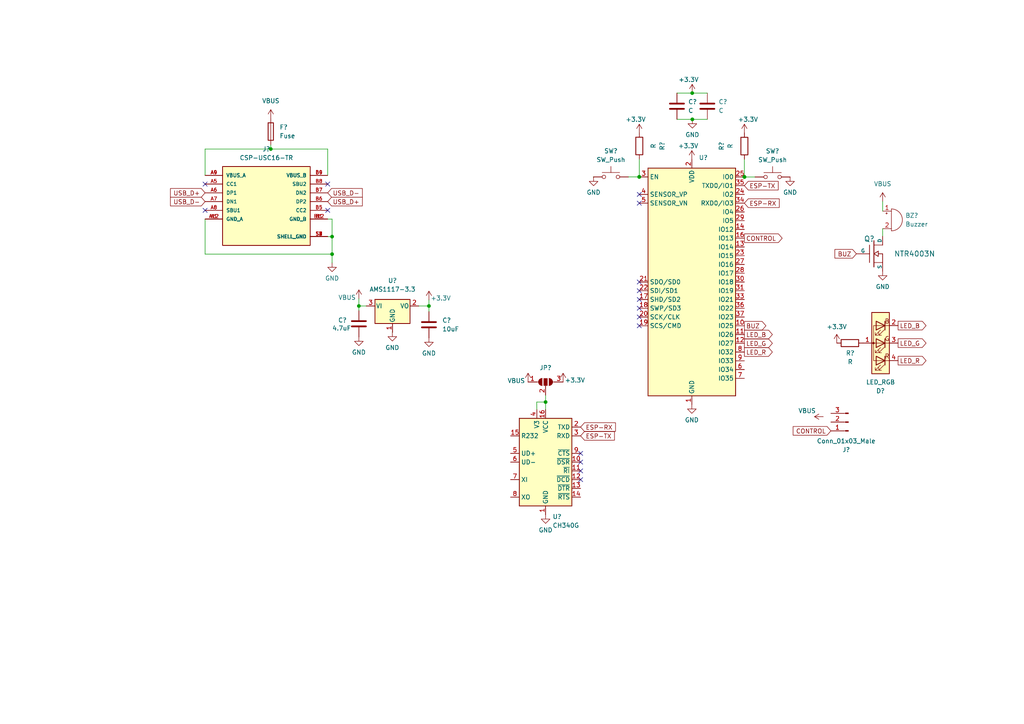
<source format=kicad_sch>
(kicad_sch (version 20211123) (generator eeschema)
  (paper "A4")
  (lib_symbols
    (symbol "CSP-USC16-TR:CSP-USC16-TR" (pin_names (offset 1.016))
      (property "Reference" "J" (at -12.7 13.462 0))
      (property "Value" "CSP-USC16-TR" (at -12.7 -12.7 0))
      (symbol "CSP-USC16-TR_0_0"
        (rectangle (start -12.7 -10.16) (end 12.7 12.7) (stroke (width 0.254)) (fill (type background)))
        (pin power_in line (at -17.78 -2.54 0) (length 5.08) (name "GND_A") (number "A1"))
        (pin power_in line (at -17.78 -2.54 0) (length 5.08) (name "GND_A") (number "A12"))
        (pin power_in line (at -17.78 10.16 0) (length 5.08) (name "VBUS_A") (number "A4"))
        (pin bidirectional line (at -17.78 7.62 0) (length 5.08) (name "CC1") (number "A5"))
        (pin bidirectional line (at -17.78 5.08 0) (length 5.08) (name "DP1") (number "A6"))
        (pin bidirectional line (at -17.78 2.54 0) (length 5.08) (name "DN1") (number "A7"))
        (pin bidirectional line (at -17.78 0 0) (length 5.08) (name "SBU1") (number "A8"))
        (pin power_in line (at -17.78 10.16 0) (length 5.08) (name "VBUS_A") (number "A9"))
        (pin power_in line (at 17.78 -2.54 180) (length 5.08) (name "GND_B") (number "B1"))
        (pin power_in line (at 17.78 -2.54 180) (length 5.08) (name "GND_B") (number "B12"))
        (pin power_in line (at 17.78 10.16 180) (length 5.08) (name "VBUS_B") (number "B4"))
        (pin bidirectional line (at 17.78 0 180) (length 5.08) (name "CC2") (number "B5"))
        (pin bidirectional line (at 17.78 2.54 180) (length 5.08) (name "DP2") (number "B6"))
        (pin bidirectional line (at 17.78 5.08 180) (length 5.08) (name "DN2") (number "B7"))
        (pin bidirectional line (at 17.78 7.62 180) (length 5.08) (name "SBU2") (number "B8"))
        (pin power_in line (at 17.78 10.16 180) (length 5.08) (name "VBUS_B") (number "B9"))
        (pin power_in line (at 17.78 -7.62 180) (length 5.08) (name "SHELL_GND") (number "S1"))
        (pin power_in line (at 17.78 -7.62 180) (length 5.08) (name "SHELL_GND") (number "S2"))
        (pin power_in line (at 17.78 -7.62 180) (length 5.08) (name "SHELL_GND") (number "S3"))
        (pin power_in line (at 17.78 -7.62 180) (length 5.08) (name "SHELL_GND") (number "S4"))
      )
    )
    (symbol "Connector:Conn_01x03_Male" (pin_names (offset 1.016) hide)
      (property "Reference" "J" (at 0 5.08 0))
      (property "Value" "Conn_01x03_Male" (at 0 -5.08 0))
      (symbol "Conn_01x03_Male_1_1"
        (polyline (pts (xy 1.27 -2.54) (xy 0.8636 -2.54)) (stroke (width 0.1524)))
        (polyline (pts (xy 1.27 0) (xy 0.8636 0)) (stroke (width 0.1524)))
        (polyline (pts (xy 1.27 2.54) (xy 0.8636 2.54)) (stroke (width 0.1524)))
        (rectangle (start 0.8636 -2.413) (end 0 -2.667) (stroke (width 0.1524)) (fill (type outline)))
        (rectangle (start 0.8636 0.127) (end 0 -0.127) (stroke (width 0.1524)) (fill (type outline)))
        (rectangle (start 0.8636 2.667) (end 0 2.413) (stroke (width 0.1524)) (fill (type outline)))
        (pin passive line (at 5.08 2.54 180) (length 3.81) (name "Pin_1") (number "1"))
        (pin passive line (at 5.08 0 180) (length 3.81) (name "Pin_2") (number "2"))
        (pin passive line (at 5.08 -2.54 180) (length 3.81) (name "Pin_3") (number "3"))
      )
    )
    (symbol "Device:Buzzer" (pin_names (offset 0.0254) hide)
      (property "Reference" "BZ" (at 3.81 1.27 0))
      (property "Value" "Buzzer" (at 3.81 -1.27 0))
      (symbol "Buzzer_0_1"
        (arc (start 0 -3.175) (mid 3.175 0) (end 0 3.175))
        (polyline (pts (xy -1.651 1.905) (xy -1.143 1.905)))
        (polyline (pts (xy -1.397 2.159) (xy -1.397 1.651)))
        (polyline (pts (xy 0 3.175) (xy 0 -3.175)))
      )
      (symbol "Buzzer_1_1"
        (pin passive line (at -2.54 2.54 0) (length 2.54) (name "-") (number "1"))
        (pin passive line (at -2.54 -2.54 0) (length 2.54) (name "+") (number "2"))
      )
    )
    (symbol "Device:C" (pin_numbers hide) (pin_names (offset 0.254))
      (property "Reference" "C" (at 0.635 2.54 0))
      (property "Value" "C" (at 0.635 -2.54 0))
      (symbol "C_0_1"
        (polyline (pts (xy -2.032 -0.762) (xy 2.032 -0.762)) (stroke (width 0.508)))
        (polyline (pts (xy -2.032 0.762) (xy 2.032 0.762)) (stroke (width 0.508)))
      )
      (symbol "C_1_1"
        (pin passive line (at 0 3.81 270) (length 2.794) (name "~") (number "1"))
        (pin passive line (at 0 -3.81 90) (length 2.794) (name "~") (number "2"))
      )
    )
    (symbol "Device:Fuse" (pin_numbers hide) (pin_names (offset 0))
      (property "Reference" "F" (at 2.032 0 90))
      (property "Value" "Fuse" (at -1.905 0 90))
      (symbol "Fuse_0_1"
        (rectangle (start -0.762 -2.54) (end 0.762 2.54) (stroke (width 0.254)))
        (polyline (pts (xy 0 2.54) (xy 0 -2.54)))
      )
      (symbol "Fuse_1_1"
        (pin passive line (at 0 3.81 270) (length 1.27) (name "~") (number "1"))
        (pin passive line (at 0 -3.81 90) (length 1.27) (name "~") (number "2"))
      )
    )
    (symbol "Device:R" (pin_numbers hide) (pin_names (offset 0))
      (property "Reference" "R" (at 2.032 0 90))
      (property "Value" "R" (at 0 0 90))
      (symbol "R_0_1"
        (rectangle (start -1.016 -2.54) (end 1.016 2.54) (stroke (width 0.254)))
      )
      (symbol "R_1_1"
        (pin passive line (at 0 3.81 270) (length 1.27) (name "~") (number "1"))
        (pin passive line (at 0 -3.81 90) (length 1.27) (name "~") (number "2"))
      )
    )
    (symbol "Interface_USB:CH340G"
      (property "Reference" "U" (at -5.08 13.97 0))
      (property "Value" "CH340G" (at 1.27 13.97 0))
      (symbol "CH340G_0_1"
        (rectangle (start -7.62 12.7) (end 7.62 -12.7) (stroke (width 0.254)) (fill (type background)))
      )
      (symbol "CH340G_1_1"
        (pin power_in line (at 0 -15.24 90) (length 2.54) (name "GND") (number "1"))
        (pin input line (at 10.16 0 180) (length 2.54) (name "~{DSR}") (number "10"))
        (pin input line (at 10.16 -2.54 180) (length 2.54) (name "~{RI}") (number "11"))
        (pin input line (at 10.16 -5.08 180) (length 2.54) (name "~{DCD}") (number "12"))
        (pin output line (at 10.16 -7.62 180) (length 2.54) (name "~{DTR}") (number "13"))
        (pin output line (at 10.16 -10.16 180) (length 2.54) (name "~{RTS}") (number "14"))
        (pin input line (at -10.16 7.62 0) (length 2.54) (name "R232") (number "15"))
        (pin power_in line (at 0 15.24 270) (length 2.54) (name "VCC") (number "16"))
        (pin output line (at 10.16 10.16 180) (length 2.54) (name "TXD") (number "2"))
        (pin input line (at 10.16 7.62 180) (length 2.54) (name "RXD") (number "3"))
        (pin passive line (at -2.54 15.24 270) (length 2.54) (name "V3") (number "4"))
        (pin bidirectional line (at -10.16 2.54 0) (length 2.54) (name "UD+") (number "5"))
        (pin bidirectional line (at -10.16 0 0) (length 2.54) (name "UD-") (number "6"))
        (pin input line (at -10.16 -5.08 0) (length 2.54) (name "XI") (number "7"))
        (pin output line (at -10.16 -10.16 0) (length 2.54) (name "XO") (number "8"))
        (pin input line (at 10.16 2.54 180) (length 2.54) (name "~{CTS}") (number "9"))
      )
    )
    (symbol "Jumper:SolderJumper_3_Open" (pin_names (offset 0) hide)
      (property "Reference" "JP" (at -2.54 -2.54 0))
      (property "Value" "SolderJumper_3_Open" (at 0 2.794 0))
      (symbol "SolderJumper_3_Open_0_1"
        (arc (start -1.016 1.016) (mid -2.032 0) (end -1.016 -1.016))
        (arc (start -1.016 1.016) (mid -2.032 0) (end -1.016 -1.016) (fill (type outline)))
        (rectangle (start -0.508 1.016) (end 0.508 -1.016) (fill (type outline)))
        (polyline (pts (xy -2.54 0) (xy -2.032 0)))
        (polyline (pts (xy -1.016 1.016) (xy -1.016 -1.016)))
        (polyline (pts (xy 0 -1.27) (xy 0 -1.016)))
        (polyline (pts (xy 1.016 1.016) (xy 1.016 -1.016)))
        (polyline (pts (xy 2.54 0) (xy 2.032 0)))
        (arc (start 1.016 -1.016) (mid 2.032 0) (end 1.016 1.016))
        (arc (start 1.016 -1.016) (mid 2.032 0) (end 1.016 1.016) (fill (type outline)))
      )
      (symbol "SolderJumper_3_Open_1_1"
        (pin passive line (at -5.08 0 0) (length 2.54) (name "A") (number "1"))
        (pin passive line (at 0 -3.81 90) (length 2.54) (name "C") (number "2"))
        (pin passive line (at 5.08 0 180) (length 2.54) (name "B") (number "3"))
      )
    )
    (symbol "LED:ASMB-MTB0-0A3A2" (pin_names (offset 0) hide)
      (property "Reference" "D" (at 0 10.16 0))
      (property "Value" "ASMB-MTB0-0A3A2" (at 0 -10.16 0))
      (symbol "ASMB-MTB0-0A3A2_0_0"
        (text "B" (at -1.905 -6.35 0) (effects (font (size 1.27 1.27))))
        (text "G" (at -1.905 -1.27 0) (effects (font (size 1.27 1.27))))
        (text "R" (at -1.905 3.81 0) (effects (font (size 1.27 1.27))))
      )
      (symbol "ASMB-MTB0-0A3A2_0_1"
        (rectangle (start -2.54 -8.89) (end 2.54 8.89) (stroke (width 0.254)) (fill (type background)))
        (polyline (pts (xy -2.54 -5.08) (xy 1.27 -5.08)))
        (polyline (pts (xy -1.27 -3.81) (xy -1.27 -6.35)) (stroke (width 0.254)))
        (polyline (pts (xy -1.27 1.27) (xy -1.27 -1.27)) (stroke (width 0.254)))
        (polyline (pts (xy -1.27 6.35) (xy -1.27 3.81)) (stroke (width 0.254)))
        (polyline (pts (xy 1.27 5.08) (xy -2.54 5.08)))
        (polyline (pts (xy 2.54 0) (xy -2.54 0)))
        (polyline (pts (xy 1.27 -5.08) (xy 2.032 -5.08) (xy 2.032 5.08) (xy 1.27 5.08)))
        (polyline (pts (xy 1.27 -3.81) (xy 1.27 -6.35) (xy -1.27 -5.08) (xy 1.27 -3.81)) (stroke (width 0.254)))
        (polyline (pts (xy 1.27 1.27) (xy 1.27 -1.27) (xy -1.27 0) (xy 1.27 1.27)) (stroke (width 0.254)))
        (polyline (pts (xy 1.27 6.35) (xy 1.27 3.81) (xy -1.27 5.08) (xy 1.27 6.35)) (stroke (width 0.254)))
        (polyline (pts (xy -1.016 -3.81) (xy 0.508 -2.286) (xy -0.254 -2.286) (xy 0.508 -2.286) (xy 0.508 -3.048)))
        (polyline (pts (xy -1.016 1.27) (xy 0.508 2.794) (xy -0.254 2.794) (xy 0.508 2.794) (xy 0.508 2.032)))
        (polyline (pts (xy -1.016 6.35) (xy 0.508 7.874) (xy -0.254 7.874) (xy 0.508 7.874) (xy 0.508 7.112)))
        (polyline (pts (xy 0 -3.81) (xy 1.524 -2.286) (xy 0.762 -2.286) (xy 1.524 -2.286) (xy 1.524 -3.048)))
        (polyline (pts (xy 0 1.27) (xy 1.524 2.794) (xy 0.762 2.794) (xy 1.524 2.794) (xy 1.524 2.032)))
        (polyline (pts (xy 0 6.35) (xy 1.524 7.874) (xy 0.762 7.874) (xy 1.524 7.874) (xy 1.524 7.112)))
        (rectangle (start 1.27 6.35) (end 1.27 6.35))
        (circle (center 2.032 0) (radius 0.254) (fill (type outline)))
      )
      (symbol "ASMB-MTB0-0A3A2_1_1"
        (pin passive line (at 5.08 0 180) (length 2.54) (name "A") (number "1"))
        (pin passive line (at -5.08 -5.08 0) (length 2.54) (name "BK") (number "2"))
        (pin passive line (at -5.08 0 0) (length 2.54) (name "GK") (number "3"))
        (pin passive line (at -5.08 5.08 0) (length 2.54) (name "RK") (number "4"))
      )
    )
    (symbol "RF_Module:ESP32-WROOM-32D"
      (property "Reference" "U" (at -12.7 34.29 0))
      (property "Value" "ESP32-WROOM-32D" (at 1.27 34.29 0))
      (symbol "ESP32-WROOM-32D_0_1"
        (rectangle (start -12.7 33.02) (end 12.7 -33.02) (stroke (width 0.254)) (fill (type background)))
      )
      (symbol "ESP32-WROOM-32D_1_1"
        (pin power_in line (at 0 -35.56 90) (length 2.54) (name "GND") (number "1"))
        (pin bidirectional line (at 15.24 -12.7 180) (length 2.54) (name "IO25") (number "10"))
        (pin bidirectional line (at 15.24 -15.24 180) (length 2.54) (name "IO26") (number "11"))
        (pin bidirectional line (at 15.24 -17.78 180) (length 2.54) (name "IO27") (number "12"))
        (pin bidirectional line (at 15.24 10.16 180) (length 2.54) (name "IO14") (number "13"))
        (pin bidirectional line (at 15.24 15.24 180) (length 2.54) (name "IO12") (number "14"))
        (pin passive line (at 0 -35.56 90) (length 2.54) hide (name "GND") (number "15"))
        (pin bidirectional line (at 15.24 12.7 180) (length 2.54) (name "IO13") (number "16"))
        (pin bidirectional line (at -15.24 -5.08 0) (length 2.54) (name "SHD/SD2") (number "17"))
        (pin bidirectional line (at -15.24 -7.62 0) (length 2.54) (name "SWP/SD3") (number "18"))
        (pin bidirectional line (at -15.24 -12.7 0) (length 2.54) (name "SCS/CMD") (number "19"))
        (pin power_in line (at 0 35.56 270) (length 2.54) (name "VDD") (number "2"))
        (pin bidirectional line (at -15.24 -10.16 0) (length 2.54) (name "SCK/CLK") (number "20"))
        (pin bidirectional line (at -15.24 0 0) (length 2.54) (name "SDO/SD0") (number "21"))
        (pin bidirectional line (at -15.24 -2.54 0) (length 2.54) (name "SDI/SD1") (number "22"))
        (pin bidirectional line (at 15.24 7.62 180) (length 2.54) (name "IO15") (number "23"))
        (pin bidirectional line (at 15.24 25.4 180) (length 2.54) (name "IO2") (number "24"))
        (pin bidirectional line (at 15.24 30.48 180) (length 2.54) (name "IO0") (number "25"))
        (pin bidirectional line (at 15.24 20.32 180) (length 2.54) (name "IO4") (number "26"))
        (pin bidirectional line (at 15.24 5.08 180) (length 2.54) (name "IO16") (number "27"))
        (pin bidirectional line (at 15.24 2.54 180) (length 2.54) (name "IO17") (number "28"))
        (pin bidirectional line (at 15.24 17.78 180) (length 2.54) (name "IO5") (number "29"))
        (pin input line (at -15.24 30.48 0) (length 2.54) (name "EN") (number "3"))
        (pin bidirectional line (at 15.24 0 180) (length 2.54) (name "IO18") (number "30"))
        (pin bidirectional line (at 15.24 -2.54 180) (length 2.54) (name "IO19") (number "31"))
        (pin no_connect line (at -12.7 -27.94 0) (length 2.54) hide (name "NC") (number "32"))
        (pin bidirectional line (at 15.24 -5.08 180) (length 2.54) (name "IO21") (number "33"))
        (pin bidirectional line (at 15.24 22.86 180) (length 2.54) (name "RXD0/IO3") (number "34"))
        (pin bidirectional line (at 15.24 27.94 180) (length 2.54) (name "TXD0/IO1") (number "35"))
        (pin bidirectional line (at 15.24 -7.62 180) (length 2.54) (name "IO22") (number "36"))
        (pin bidirectional line (at 15.24 -10.16 180) (length 2.54) (name "IO23") (number "37"))
        (pin passive line (at 0 -35.56 90) (length 2.54) hide (name "GND") (number "38"))
        (pin passive line (at 0 -35.56 90) (length 2.54) hide (name "GND") (number "39"))
        (pin input line (at -15.24 25.4 0) (length 2.54) (name "SENSOR_VP") (number "4"))
        (pin input line (at -15.24 22.86 0) (length 2.54) (name "SENSOR_VN") (number "5"))
        (pin input line (at 15.24 -25.4 180) (length 2.54) (name "IO34") (number "6"))
        (pin input line (at 15.24 -27.94 180) (length 2.54) (name "IO35") (number "7"))
        (pin bidirectional line (at 15.24 -20.32 180) (length 2.54) (name "IO32") (number "8"))
        (pin bidirectional line (at 15.24 -22.86 180) (length 2.54) (name "IO33") (number "9"))
      )
    )
    (symbol "Regulator_Linear:AMS1117-3.3" (pin_names (offset 0.254))
      (property "Reference" "U" (at -3.81 3.175 0))
      (property "Value" "AMS1117-3.3" (at 0 3.175 0))
      (symbol "AMS1117-3.3_0_1"
        (rectangle (start -5.08 -5.08) (end 5.08 1.905) (stroke (width 0.254)) (fill (type background)))
      )
      (symbol "AMS1117-3.3_1_1"
        (pin power_in line (at 0 -7.62 90) (length 2.54) (name "GND") (number "1"))
        (pin power_out line (at 7.62 0 180) (length 2.54) (name "VO") (number "2"))
        (pin power_in line (at -7.62 0 0) (length 2.54) (name "VI") (number "3"))
      )
    )
    (symbol "Switch:SW_Push" (pin_numbers hide) (pin_names (offset 1.016) hide)
      (property "Reference" "SW" (at 1.27 2.54 0))
      (property "Value" "SW_Push" (at 0 -1.524 0))
      (symbol "SW_Push_0_1"
        (circle (center -2.032 0) (radius 0.508))
        (polyline (pts (xy 0 1.27) (xy 0 3.048)))
        (polyline (pts (xy 2.54 1.27) (xy -2.54 1.27)))
        (circle (center 2.032 0) (radius 0.508))
        (pin passive line (at -5.08 0 0) (length 2.54) (name "1") (number "1"))
        (pin passive line (at 5.08 0 180) (length 2.54) (name "2") (number "2"))
      )
    )
    (symbol "esp32-rescue:MOSFET_N" (pin_numbers hide) (pin_names (offset 0))
      (property "Reference" "Q" (at 0.254 4.318 0))
      (property "Value" "MOSFET_N" (at 0.254 -3.81 0))
      (symbol "MOSFET_N_0_1"
        (polyline (pts (xy -1.27 -2.54) (xy -1.27 2.54)) (stroke (width 0.2032)))
        (polyline (pts (xy 0 -3.81) (xy 0 3.81)) (stroke (width 0.254)))
        (polyline (pts (xy 2.54 -2.54) (xy 0 -2.54)))
        (polyline (pts (xy 2.54 2.54) (xy 0 2.54)))
        (polyline (pts (xy 2.54 -2.54) (xy 2.54 0) (xy 1.27 0)) (stroke (width 0.2032)))
        (polyline (pts (xy 1.27 0.762) (xy 1.27 -0.762) (xy 0 0) (xy 1.27 0.762) (xy 1.27 0.762)) (stroke (width 0.2032)))
      )
      (symbol "MOSFET_N_1_1"
        (pin passive line (at 2.54 5.08 270) (length 2.54) (name "D") (number "D"))
        (pin input line (at -5.08 0 0) (length 3.81) (name "G") (number "G"))
        (pin passive line (at 2.54 -5.08 90) (length 2.54) (name "S") (number "S"))
      )
    )
    (symbol "power:+3.3V" (power) (pin_names (offset 0))
      (property "Value" "+3.3V" (at 0 3.556 0))
      (symbol "+3.3V_0_1"
        (polyline (pts (xy -0.762 1.27) (xy 0 2.54)))
        (polyline (pts (xy 0 0) (xy 0 2.54)))
        (polyline (pts (xy 0 2.54) (xy 0.762 1.27)))
      )
      (symbol "+3.3V_1_1"
        (pin power_in line (at 0 0 90) (length 0) hide (name "+3.3V") (number "1"))
      )
    )
    (symbol "power:GND" (power) (pin_names (offset 0))
      (property "Value" "GND" (at 0 -3.81 0))
      (symbol "GND_0_1"
        (polyline (pts (xy 0 0) (xy 0 -1.27) (xy 1.27 -1.27) (xy 0 -2.54) (xy -1.27 -1.27) (xy 0 -1.27)))
      )
      (symbol "GND_1_1"
        (pin power_in line (at 0 0 270) (length 0) hide (name "GND") (number "1"))
      )
    )
    (symbol "power:VBUS" (power) (pin_names (offset 0))
      (property "Value" "VBUS" (at 0 3.81 0))
      (symbol "VBUS_0_1"
        (polyline (pts (xy -0.762 1.27) (xy 0 2.54)))
        (polyline (pts (xy 0 0) (xy 0 2.54)))
        (polyline (pts (xy 0 2.54) (xy 0.762 1.27)))
      )
      (symbol "VBUS_1_1"
        (pin power_in line (at 0 0 90) (length 0) hide (name "VBUS") (number "1"))
      )
    )
  )
  (junction (at 200.8124 34.6202))
  (junction (at 78.5368 43.2308))
  (junction (at 215.9254 51.3334))
  (junction (at 200.7616 27.0002))
  (junction (at 158.242 116.6114))
  (junction (at 124.4092 88.7476))
  (junction (at 96.3168 73.7108))
  (junction (at 104.0892 88.7476))
  (junction (at 215.9 51.308))
  (junction (at 96.3168 68.6308))
  (junction (at 185.42 51.308))
  (junction (at 185.3946 51.308))
  (no_connect (at 168.402 134.0358))
  (no_connect (at 168.402 139.1158))
  (no_connect (at 185.42 94.488))
  (no_connect (at 95.0468 53.3908))
  (no_connect (at 59.4868 61.0108))
  (no_connect (at 185.42 58.928))
  (no_connect (at 185.42 86.868))
  (no_connect (at 59.4868 53.3908))
  (no_connect (at 168.402 131.4958))
  (no_connect (at 95.0468 61.0108))
  (no_connect (at 185.42 91.948))
  (no_connect (at 168.402 136.5758))
  (no_connect (at 185.42 81.788))
  (no_connect (at 185.42 89.408))
  (no_connect (at 185.42 84.328))
  (no_connect (at 185.42 56.388))
  (wire (pts (xy 96.3168 68.6308) (xy 96.3168 73.7108)))
  (wire (pts (xy 95.0468 50.8508) (xy 95.0468 43.2308)))
  (wire (pts (xy 78.5368 43.2308) (xy 95.0468 43.2308)))
  (wire (pts (xy 96.3168 63.5508) (xy 95.0468 63.5508)))
  (wire (pts (xy 96.3168 68.6308) (xy 95.0468 68.6308)))
  (wire (pts (xy 104.0892 88.7476) (xy 104.0892 90.0938)))
  (wire (pts (xy 155.6766 116.6114) (xy 158.242 116.6114)))
  (wire (pts (xy 256.0066 66.3194) (xy 256.0066 68.5292)))
  (wire (pts (xy 124.4092 88.7476) (xy 124.4092 86.995)))
  (wire (pts (xy 124.4092 90.3732) (xy 124.4092 88.7476)))
  (wire (pts (xy 104.0892 88.7476) (xy 106.2228 88.7476)))
  (wire (pts (xy 59.4868 63.5508) (xy 59.4868 73.7108)))
  (wire (pts (xy 182.2704 51.308) (xy 185.3946 51.308)))
  (wire (pts (xy 185.42 46.1518) (xy 185.42 51.308)))
  (wire (pts (xy 59.4868 43.2308) (xy 78.5368 43.2308)))
  (wire (pts (xy 200.7616 27.0002) (xy 205.1558 27.0002)))
  (wire (pts (xy 59.4868 43.2308) (xy 59.4868 50.8508)))
  (wire (pts (xy 78.5368 41.9608) (xy 78.5368 43.2308)))
  (wire (pts (xy 96.3168 76.2508) (xy 96.3168 73.7108)))
  (wire (pts (xy 200.8124 34.6202) (xy 205.1558 34.6202)))
  (wire (pts (xy 196.342 27.0002) (xy 200.7616 27.0002)))
  (wire (pts (xy 256.0066 58.42) (xy 256.0066 61.2394)))
  (wire (pts (xy 215.9 46.1772) (xy 215.9 51.308)))
  (wire (pts (xy 96.3168 68.6308) (xy 96.3168 63.5508)))
  (wire (pts (xy 185.42 38.5318) (xy 185.42 38.5572)))
  (wire (pts (xy 155.702 118.7958) (xy 155.6766 116.6114)))
  (wire (pts (xy 218.9988 51.3334) (xy 215.9254 51.3334)))
  (wire (pts (xy 196.342 34.6202) (xy 200.8124 34.6202)))
  (wire (pts (xy 172.1104 51.308) (xy 172.1612 51.3334)))
  (wire (pts (xy 121.4628 88.7476) (xy 124.4092 88.7476)))
  (wire (pts (xy 158.242 116.6114) (xy 158.242 114.6048)))
  (wire (pts (xy 59.4868 73.7108) (xy 96.3168 73.7108)))
  (wire (pts (xy 113.8428 96.3676) (xy 113.792 96.3676)))
  (wire (pts (xy 104.0892 86.6394) (xy 104.0892 88.7476)))
  (wire (pts (xy 158.242 118.7958) (xy 158.242 116.6114)))
  (global_label "ESP-TX" (shape input) (at 168.402 126.4158 0) (property "Intersheet References" "${INTERSHEET_REFS}" (effects hide)))
  (global_label "ESP-RX" (shape input) (at 215.9 58.928 0) (property "Intersheet References" "${INTERSHEET_REFS}" (effects hide)))
  (global_label "USB_D+" (shape input) (at 95.0468 58.4708 0) (property "Intersheet References" "${INTERSHEET_REFS}" (effects hide)))
  (global_label "BUZ" (shape output) (at 215.9 94.488 0) (property "Intersheet References" "${INTERSHEET_REFS}" (effects hide)))
  (global_label "LED_B" (shape output) (at 215.9 97.028 0) (property "Intersheet References" "${INTERSHEET_REFS}" (effects hide)))
  (global_label "USB_D+" (shape input) (at 59.4868 55.9308 180) (property "Intersheet References" "${INTERSHEET_REFS}" (effects hide)))
  (global_label "ESP-TX" (shape input) (at 215.9 53.848 0) (property "Intersheet References" "${INTERSHEET_REFS}" (effects hide)))
  (global_label "ESP-RX" (shape input) (at 168.402 123.8758 0) (property "Intersheet References" "${INTERSHEET_REFS}" (effects hide)))
  (global_label "USB_D-" (shape input) (at 95.0468 55.9308 0) (property "Intersheet References" "${INTERSHEET_REFS}" (effects hide)))
  (global_label "LED_B" (shape output) (at 260.477 94.4372 0) (property "Intersheet References" "${INTERSHEET_REFS}" (effects hide)))
  (global_label "LED_G" (shape output) (at 215.9 99.568 0) (property "Intersheet References" "${INTERSHEET_REFS}" (effects hide)))
  (global_label "BUZ" (shape input) (at 248.3866 73.6092 180) (property "Intersheet References" "${INTERSHEET_REFS}" (effects hide)))
  (global_label "CONTROL" (shape output) (at 215.9 69.088 0) (property "Intersheet References" "${INTERSHEET_REFS}" (effects hide)))
  (global_label "CONTROL" (shape input) (at 240.9952 124.968 180) (property "Intersheet References" "${INTERSHEET_REFS}" (effects hide)))
  (global_label "LED_R" (shape output) (at 260.477 104.5972 0) (property "Intersheet References" "${INTERSHEET_REFS}" (effects hide)))
  (global_label "LED_R" (shape output) (at 215.9 102.108 0) (property "Intersheet References" "${INTERSHEET_REFS}" (effects hide)))
  (global_label "LED_G" (shape output) (at 260.477 99.5172 0) (property "Intersheet References" "${INTERSHEET_REFS}" (effects hide)))
  (global_label "USB_D-" (shape input) (at 59.4868 58.4708 180) (property "Intersheet References" "${INTERSHEET_REFS}" (effects hide)))
  (symbol (lib_id "Device:R") (at 185.42 42.3418 0) (unit 1)
    (property "Reference" "R?" (at 192.0494 42.3418 90))
    (property "Value" "R" (at 189.5094 42.3418 90))
    (property "Footprint" "Resistor_SMD:R_0201_0603Metric" (effects hide))
  )
  (symbol (lib_id "Device:C") (at 196.342 30.8102 0) (unit 1)
    (property "Reference" "C?" (at 199.5932 29.5401 0) (effects (justify left)))
    (property "Value" "C" (at 199.5932 32.0801 0) (effects (justify left)))
    (property "Footprint" "Capacitor_SMD:C_0201_0603Metric" (effects hide))
  )
  (symbol (lib_id "power:GND") (at 200.8124 34.6202 0) (unit 1)
    (property "Reference" "#PWR?" (effects hide))
    (property "Value" "GND" (at 200.8124 39.0906 0))
  )
  (symbol (lib_id "Device:C") (at 205.1558 30.8102 0) (unit 1)
    (property "Reference" "C?" (at 208.407 29.5401 0) (effects (justify left)))
    (property "Value" "C" (at 208.407 32.0801 0) (effects (justify left)))
    (property "Footprint" "Capacitor_SMD:C_1206_3216Metric" (effects hide))
  )
  (symbol (lib_id "power:GND") (at 256.0066 78.6892 0) (unit 1)
    (property "Reference" "#PWR?" (effects hide))
    (property "Value" "GND" (at 256.0066 83.1596 0))
  )
  (symbol (lib_id "Switch:SW_Push") (at 224.0788 51.3334 0) (mirror y) (unit 1)
    (property "Reference" "SW?" (at 224.0788 43.815 0))
    (property "Value" "SW_Push" (at 224.0788 46.355 0))
  )
  (symbol (lib_id "power:GND") (at 113.792 96.3676 0) (unit 1)
    (property "Reference" "#PWR?" (effects hide))
    (property "Value" "GND" (at 113.792 100.838 0))
  )
  (symbol (lib_id "power:+3.3V") (at 163.322 110.7948 0) (unit 1)
    (property "Reference" "#PWR?" (effects hide))
    (property "Value" "+3.3V" (at 166.751 110.2868 0))
  )
  (symbol (lib_id "Interface_USB:CH340G") (at 158.242 134.0358 0) (unit 1)
    (property "Reference" "U?" (at 160.2614 149.86 0) (effects (justify left)))
    (property "Value" "CH340G" (at 160.2614 152.4 0) (effects (justify left)))
    (property "Footprint" "Package_SO:SOIC-16_3.9x9.9mm_P1.27mm" (effects hide))
    (property "Datasheet" "http://www.datasheet5.com/pdf-local-2195953" (effects hide))
  )
  (symbol (lib_id "Device:C") (at 104.0892 93.9038 0) (unit 1)
    (property "Reference" "C?" (at 98.044 92.8624 0) (effects (justify left)))
    (property "Value" "4.7uF" (at 96.3422 95.1992 0) (effects (justify left)))
    (property "Footprint" "Capacitor_SMD:C_1206_3216Metric" (effects hide))
  )
  (symbol (lib_id "power:GND") (at 158.242 149.2758 0) (unit 1)
    (property "Reference" "#PWR?" (effects hide))
    (property "Value" "GND" (at 158.242 153.7462 0))
  )
  (symbol (lib_id "power:GND") (at 172.1612 51.3334 0) (unit 1)
    (property "Reference" "#PWR?" (effects hide))
    (property "Value" "GND" (at 172.1612 55.8038 0))
  )
  (symbol (lib_id "power:GND") (at 229.1588 51.3334 0) (mirror y) (unit 1)
    (property "Reference" "#PWR?" (effects hide))
    (property "Value" "GND" (at 229.1588 55.8038 0))
  )
  (symbol (lib_id "power:VBUS") (at 256.0066 58.42 0) (unit 1)
    (property "Reference" "#PWR?" (effects hide))
    (property "Value" "VBUS" (at 256.0066 53.34 0))
  )
  (symbol (lib_id "esp32-rescue:MOSFET_N") (at 253.4666 73.6092 0) (unit 1)
    (property "Reference" "Q?" (at 253.7206 69.2912 0) (effects (font (size 1.524 1.524)) (justify right)))
    (property "Value" "NTR4003N" (at 271.2466 73.6092 0) (effects (font (size 1.524 1.524)) (justify right)))
    (property "Footprint" "SOT23GDS" (effects hide))
  )
  (symbol (lib_id "Jumper:SolderJumper_3_Open") (at 158.242 110.7948 0) (unit 1)
    (property "Reference" "JP?" (at 158.242 106.68 0))
    (property "Value" "SolderJumper_3_Open" (effects hide))
  )
  (symbol (lib_id "Connector:Conn_01x03_Male") (at 246.0752 122.428 180) (unit 1)
    (property "Reference" "J?" (at 245.4402 130.4544 0))
    (property "Value" "Conn_01x03_Male" (at 245.4402 127.9144 0))
  )
  (symbol (lib_id "power:VBUS") (at 153.162 110.7948 0) (unit 1)
    (property "Reference" "#PWR?" (effects hide))
    (property "Value" "VBUS" (at 149.733 110.4392 0))
  )
  (symbol (lib_id "power:VBUS") (at 104.0892 86.6394 0) (unit 1)
    (property "Reference" "#PWR?" (effects hide))
    (property "Value" "VBUS" (at 100.6602 86.2838 0))
  )
  (symbol (lib_id "CSP-USC16-TR:CSP-USC16-TR") (at 77.2668 61.0108 0) (unit 1)
    (property "Reference" "J?" (at 77.2668 43.2308 0))
    (property "Value" "CSP-USC16-TR" (at 77.2668 45.7708 0))
    (property "Footprint" "Connector_USB:USB_C_Receptacle_Palconn_UTC16-G" (effects hide))
    (property "PARTREV" "A0" (effects hide))
    (property "MANUFACTURER" "Valcon" (effects hide))
    (property "MAXIMUM_PACKAGE_HEIGHT" "3.26 mm" (effects hide))
    (property "STANDARD" "Manufacturer Recommendations" (effects hide))
  )
  (symbol (lib_id "power:+3.3V") (at 124.4092 86.995 0) (unit 1)
    (property "Reference" "#PWR?" (effects hide))
    (property "Value" "+3.3V" (at 127.8382 86.487 0))
  )
  (symbol (lib_id "power:+3.3V") (at 200.7616 27.0002 0) (unit 1)
    (property "Reference" "#PWR?" (effects hide))
    (property "Value" "+3.3V" (at 199.7202 23.0886 0))
  )
  (symbol (lib_id "power:VBUS") (at 78.5368 34.3408 0) (unit 1)
    (property "Reference" "#PWR?" (effects hide))
    (property "Value" "VBUS" (at 78.5368 29.2608 0))
  )
  (symbol (lib_id "power:VBUS") (at 238.7854 120.8532 90) (unit 1)
    (property "Reference" "#PWR?" (effects hide))
    (property "Value" "VBUS" (at 234.0864 119.1514 90))
  )
  (symbol (lib_id "power:GND") (at 104.0892 97.7138 0) (unit 1)
    (property "Reference" "#PWR?" (effects hide))
    (property "Value" "GND" (at 104.0892 102.1842 0))
  )
  (symbol (lib_id "Device:Buzzer") (at 258.5466 63.7794 0) (unit 1)
    (property "Reference" "BZ?" (at 262.5852 62.5093 0) (effects (justify left)))
    (property "Value" "Buzzer" (at 262.5852 65.0493 0) (effects (justify left)))
    (property "Footprint" "Buzzer_Beeper:Buzzer_12x9.5RM7.6" (effects hide))
  )
  (symbol (lib_id "LED:ASMB-MTB0-0A3A2") (at 255.397 99.5172 180) (unit 1)
    (property "Reference" "D?" (at 255.397 113.3856 0))
    (property "Value" "LED_RGB" (at 255.397 110.8456 0))
    (property "Footprint" "LED_SMD:LED_Avago_PLCC4_3.2x2.8mm_CW" (effects hide))
    (property "Datasheet" "https://docs.broadcom.com/docs/AV02-4186EN" (effects hide))
  )
  (symbol (lib_id "power:GND") (at 200.66 117.348 0) (unit 1)
    (property "Reference" "#PWR?" (effects hide))
    (property "Value" "GND" (at 200.66 121.8184 0))
  )
  (symbol (lib_id "Switch:SW_Push") (at 177.1904 51.308 0) (unit 1)
    (property "Reference" "SW?" (at 177.1904 43.7896 0))
    (property "Value" "SW_Push" (at 177.1904 46.3296 0))
  )
  (symbol (lib_id "Device:R") (at 246.507 99.5172 90) (unit 1)
    (property "Reference" "R?" (at 246.6086 102.4128 90))
    (property "Value" "R" (at 246.6086 104.9528 90))
    (property "Footprint" "Resistor_SMD:R_0201_0603Metric" (effects hide))
  )
  (symbol (lib_id "power:+3.3V") (at 185.42 38.5572 0) (unit 1)
    (property "Reference" "#PWR?" (effects hide))
    (property "Value" "+3.3V" (at 184.3786 34.6456 0))
  )
  (symbol (lib_id "power:+3.3V") (at 242.697 99.5172 0) (unit 1)
    (property "Reference" "#PWR?" (effects hide))
    (property "Value" "+3.3V" (at 242.697 94.7928 0))
  )
  (symbol (lib_id "Device:R") (at 215.9 42.3672 0) (mirror y) (unit 1)
    (property "Reference" "R?" (at 209.2706 42.3672 90))
    (property "Value" "R" (at 211.8106 42.3672 90))
    (property "Footprint" "Resistor_SMD:R_0201_0603Metric" (effects hide))
  )
  (symbol (lib_id "Device:Fuse") (at 78.5368 38.1508 180) (unit 1)
    (property "Reference" "F?" (at 81.0768 36.8807 0) (effects (justify right)))
    (property "Value" "Fuse" (at 81.0768 39.4207 0) (effects (justify right)))
    (property "Footprint" "Resistor_SMD:R_1206_3216Metric" (effects hide))
  )
  (symbol (lib_id "Device:C") (at 124.4092 94.1832 0) (unit 1)
    (property "Reference" "C?" (at 128.27 92.9131 0) (effects (justify left)))
    (property "Value" "10uF" (at 128.27 95.4531 0) (effects (justify left)))
    (property "Footprint" "Capacitor_SMD:C_1206_3216Metric" (effects hide))
  )
  (symbol (lib_id "power:+3.3V") (at 200.66 46.228 0) (unit 1)
    (property "Reference" "#PWR?" (effects hide))
    (property "Value" "+3.3V" (at 199.6186 42.3164 0))
  )
  (symbol (lib_id "power:GND") (at 96.3168 76.2508 0) (unit 1)
    (property "Reference" "#PWR?" (effects hide))
    (property "Value" "GND" (at 96.3168 80.7212 0))
  )
  (symbol (lib_id "power:+3.3V") (at 215.9 38.5572 0) (mirror y) (unit 1)
    (property "Reference" "#PWR?" (effects hide))
    (property "Value" "+3.3V" (at 216.9414 34.6456 0))
  )
  (symbol (lib_id "Regulator_Linear:AMS1117-3.3") (at 113.8428 88.7476 0) (unit 1)
    (property "Reference" "U?" (at 113.8428 81.3816 0))
    (property "Value" "AMS1117-3.3" (at 113.8428 83.9216 0))
    (property "Footprint" "Package_TO_SOT_SMD:SOT-223-3_TabPin2" (effects hide))
    (property "Datasheet" "http://www.advanced-monolithic.com/pdf/ds1117.pdf" (effects hide))
  )
  (symbol (lib_id "RF_Module:ESP32-WROOM-32D") (at 200.66 81.788 0) (unit 1)
    (property "Reference" "U?" (at 202.6794 45.72 0) (effects (justify left)))
    (property "Value" "ESP32-WROOM-32D" (effects hide))
    (property "Footprint" "RF_Module:ESP32-WROOM-32" (effects hide))
    (property "Datasheet" "https://www.espressif.com/sites/default/files/documentation/esp32-wroom-32d_esp32-wroom-32u_datasheet_en.pdf" (effects hide))
  )
  (symbol (lib_id "power:GND") (at 124.4092 97.9932 0) (unit 1)
    (property "Reference" "#PWR?" (effects hide))
    (property "Value" "GND" (at 124.4092 102.4636 0))
  )
)
</source>
